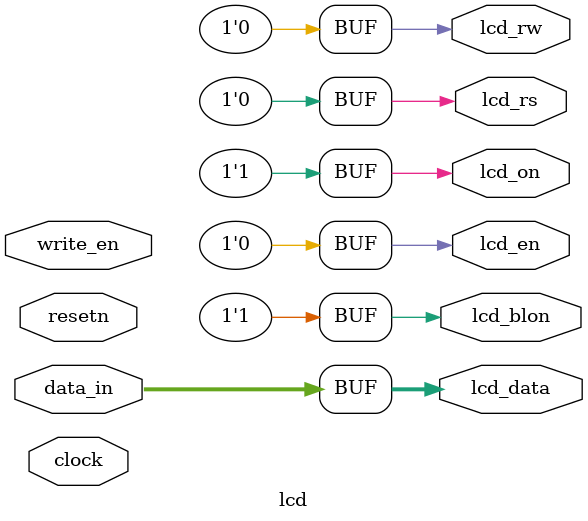
<source format=v>
module lcd(
    input       clock,
    input       resetn,
    input       write_en,
    input [7:0] data_in,
    output [7:0] lcd_data,
    output      lcd_rw,
    output      lcd_en,
    output      lcd_rs,
    output      lcd_on,
    output      lcd_blon
);

    assign lcd_data = data_in;
    assign lcd_rw   = 1'b0;
    assign lcd_en   = 1'b0;
    assign lcd_rs   = 1'b0;
    assign lcd_on   = 1'b1;
    assign lcd_blon = 1'b1;

endmodule

</source>
